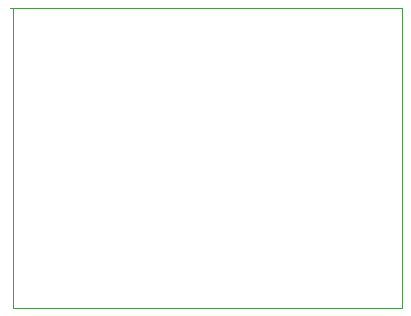
<source format=gbr>
G04 ===== Begin FILE IDENTIFICATION =====*
G04 File Format:  Gerber RS274X*
G04 ===== End FILE IDENTIFICATION =====*
%FSLAX24Y24*%
%MOMM*%
%SFA1.0000B1.0000*%
%OFA0.0B0.0*%
%ADD14C,0.000025*%
%LNbound*%
%IPPOS*%
%LPD*%
G75*
D14*
G01X-2600Y77450D02*
G01X329150D01*
G01Y-177300D01*
G01X-212D01*
G01X-50Y77450D01*
M02*


</source>
